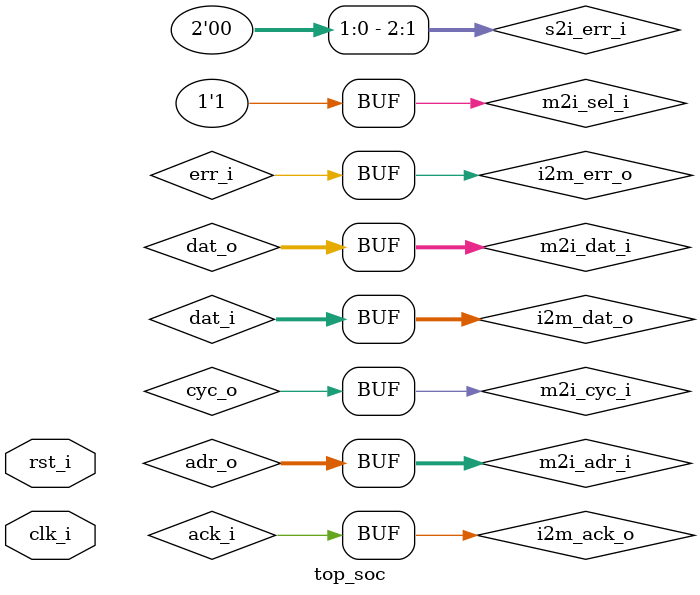
<source format=sv>
`timescale 1ns / 1ps
`default_nettype none
parameter ADDR_WIDTH = 16;
parameter DATA_WIDTH = 32;
parameter MASTERS_NUM = 1;
parameter SLAVES_NUM = 3;
localparam SEL_WIDTH = 1;
module top_soc(
    input  wire rst_i,
    input  wire clk_i
    );
//MASTER WIRE
    wire [DATA_WIDTH-1:0] dat_i;
    wire stb_o;
    wire cyc_o;
    wire  we_o;
    wire  [ADDR_WIDTH-1:0] adr_o;
    wire  [DATA_WIDTH-1:0] dat_o;
    wire ack_i;
    wire err_i; 
//BUS WIRE : nhan dia chi, select chon slave, tin hieu nao quyet dinh select ? 
    wire [MASTERS_NUM-1:0] m2i_cyc_i;
    wire [MASTERS_NUM-1:0] m2i_stb_i;
    wire [MASTERS_NUM-1:0] m2i_we_i;
    wire [MASTERS_NUM*ADDR_WIDTH-1:0] m2i_adr_i;
    wire [MASTERS_NUM*DATA_WIDTH-1:0] m2i_dat_i;
    wire [MASTERS_NUM*SEL_WIDTH-1:0] m2i_sel_i;
        // intercon -> master
    wire [MASTERS_NUM-1:0] i2m_ack_o;
    wire [MASTERS_NUM-1:0] i2m_err_o;
        // shared between all masters
    wire [DATA_WIDTH-1:0] i2m_dat_o;
        // slave -> intercon
    wire [SLAVES_NUM-1:0] s2i_ack_i;
    wire [SLAVES_NUM-1:0] s2i_err_i;
    wire [SLAVES_NUM*DATA_WIDTH-1:0] s2i_dat_i;
        // intercon -> slave
        // each slave gets it's own stb signal
    wire [SLAVES_NUM-1:0] i2s_stb_o;
        //  and these are all shared across all slaves
    wire i2s_cyc_o;

    wire [ADDR_WIDTH-1:0] i2s_adr_o;
    wire [DATA_WIDTH-1:0] i2s_dat_o;
    wire [3:0] i2s_sel_o;
    wire i2s_we_o;
        // so we don't have to care about the ','
    wire nc;
//SLAVE0 WIRE
    wire cyc_i_s;
    wire stb_i_0;
    wire cyc_i_0;
    wire we_i ;
    wire [DATA_WIDTH-1:0] s_dat_o_0;
//SLAVE1 WIRE
    wire stb_i_1;
    wire cyc_i_1;
    wire [DATA_WIDTH-1:0] s_dat_o_1;
//SLAVE2 WIRE
    wire [ADDR_WIDTH-1:0] adr_i_2;
    wire [DATA_WIDTH-1:0] dat_i_2;
    wire [DATA_WIDTH-1:0] s_dat_o_2;
    wire [3:0] sel_i_s;
    wire stb_i_2;
    wire ack_o_0,ack_o_1,ack_o_2;
    wire err_o_2;
    wire cyc_i_2;
//--------------MASTER-------------------------------------------------//
wb_master_mem_access MASTER(
    .rst_i(rst_i),
    .clk_i(clk_i),
    .stb_o(stb_o),
    .cyc_o(cyc_o),
    .we_o(we_o),
    .adr_o(adr_o),
    .dat_o(dat_o),
    .dat_i(dat_i),
    .ack_i(ack_i),
    .err_i(err_i)
    );
assign dat_i = i2m_dat_o ; 
assign ack_i = i2m_ack_o ; 
assign err_i = i2m_err_o ; 
//--------------BUS---------------------------------------------------//

wb_bus BUS(
    .rst_i(rst_i),
    .clk_i(clk_i),
    .m2i_cyc_i(m2i_cyc_i),
    .m2i_stb_i(m2i_stb_i),
    .m2i_we_i(m2i_we_i),
    .m2i_adr_i(m2i_adr_i),
    .m2i_dat_i(m2i_dat_i),
    .i2m_ack_o(i2m_ack_o),
    .i2m_err_o(i2m_err_o),
    .i2m_dat_o(i2m_dat_o),
    .s2i_ack_i(s2i_ack_i),
    .s2i_err_i(s2i_err_i),
    .s2i_dat_i(s2i_dat_i),
    .i2s_stb_o(i2s_stb_o),
    .i2s_cyc_o(i2s_cyc_o),
    .i2s_adr_o(i2s_adr_o),
    .i2s_dat_o(i2s_dat_o),
    .i2s_sel_o(i2s_sel_o),
    .i2s_we_o(i2s_we_o),
    .nc(nc)
    );

assign m2i_cyc_i = cyc_o; 
assign m2i_stb_i = stb_o;
assign m2i_we_i = we_o; 
assign m2i_adr_i = adr_o;
assign m2i_sel_i = 8'hFF;
assign s2i_dat_i = {s_dat_o_2,s_dat_o_1,s_dat_o_0};
assign s2i_ack_i = {ack_o_2,ack_o_1,ack_o_0};
assign s2i_err_i = err_o_2;
assign we_i = i2s_we_o;
assign m2i_dat_i = dat_o; 
//--------------SLAVE0---------------------------------------------------//
assign stb_i_0 = i2s_stb_o[0];
assign stb_i_1 = i2s_stb_o[1];
assign stb_i_2 = i2s_stb_o[2];
assign cyc_i_s = i2s_cyc_o;
assign dat_i_2 = i2s_dat_o;
wb_slave_0 SLAVE0(
    .rst_i(rst_i),
    .clk_i(clk_i),
    .stb_i(stb_i_0),
    .ack_o(ack_o_0),
    .cyc_i(cyc_i_s),
    .dat_o(s_dat_o_0),
    .we_i(we_i)
    );
//--------------SLAVE1---------------------------------------------------//
wb_slave_1 SLAVE1(
    .rst_i(rst_i),
    .clk_i(clk_i),
    .stb_i(stb_i_1),
    .ack_o(ack_o_1),
    .cyc_i(cyc_i_s),
    .dat_o(s_dat_o_1),
    .we_i(we_i)
    );
//--------------SLAVE2---------------------------------------------------//
assign adr_i_2 = i2s_adr_o;
wb_slave_2 SLAVE2(
    .rst_i(rst_i),
    .clk_i(clk_i),
    .adr_i(adr_i_2),
    .dat_i(dat_i_2),
    .dat_o(s_dat_o_2),
    .sel_i(sel_i_s),
    .we_i(we_i),
    .stb_i(stb_i_2),
    .ack_o(ack_o_2),
    .err_o(err_o_2),
    .cyc_i(cyc_i_s)
    );
assign sel_i_s = i2s_sel_o;
endmodule


</source>
